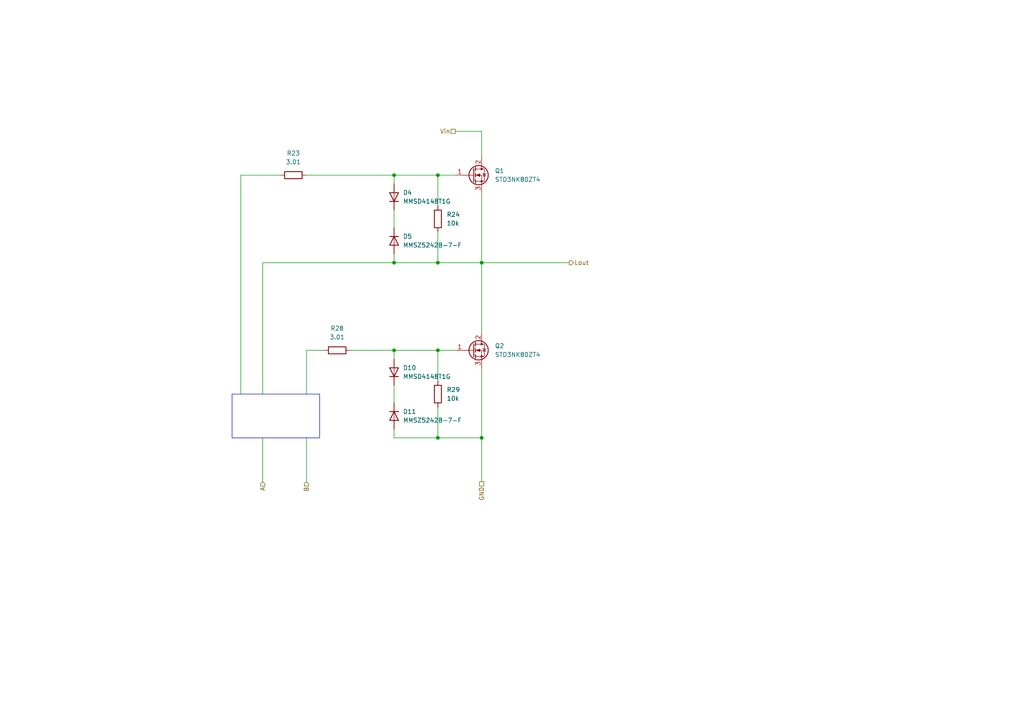
<source format=kicad_sch>
(kicad_sch (version 20231120) (generator "eeschema") (generator_version "8.0")
  (paper "A4")
  (lib_symbols
    (symbol "Device:D" (pin_numbers hide) (pin_names (offset 1.016) hide)
      (property "Reference" "D" (at 0 2.54 0))
      (property "Value" "D" (at 0 -2.54 0))
      (symbol "D_0_1"
        (polyline (pts (xy -1.27 1.27) (xy -1.27 -1.27)) (stroke (width 0.254)))
        (polyline (pts (xy 1.27 0) (xy -1.27 0)))
        (polyline (pts (xy 1.27 1.27) (xy 1.27 -1.27) (xy -1.27 0) (xy 1.27 1.27)) (stroke (width 0.254)))
      )
      (symbol "D_1_1"
        (pin passive line (at -3.81 0 0) (length 2.54) (name "K") (number "1"))
        (pin passive line (at 3.81 0 180) (length 2.54) (name "A") (number "2"))
      )
    )
    (symbol "Device:Q_NMOS_GDS" (pin_names (offset 0) hide)
      (property "Reference" "Q" (at 5.08 1.27 0))
      (property "Value" "Q_NMOS_GDS" (at 5.08 -1.27 0))
      (symbol "Q_NMOS_GDS_0_1"
        (polyline (pts (xy 0.254 0) (xy -2.54 0)))
        (polyline (pts (xy 0.254 1.905) (xy 0.254 -1.905)) (stroke (width 0.254)))
        (polyline (pts (xy 0.762 -1.27) (xy 0.762 -2.286)) (stroke (width 0.254)))
        (polyline (pts (xy 0.762 0.508) (xy 0.762 -0.508)) (stroke (width 0.254)))
        (polyline (pts (xy 0.762 2.286) (xy 0.762 1.27)) (stroke (width 0.254)))
        (polyline (pts (xy 2.54 2.54) (xy 2.54 1.778)))
        (polyline (pts (xy 2.54 -2.54) (xy 2.54 0) (xy 0.762 0)))
        (polyline (pts (xy 0.762 -1.778) (xy 3.302 -1.778) (xy 3.302 1.778) (xy 0.762 1.778)))
        (polyline (pts (xy 1.016 0) (xy 2.032 0.381) (xy 2.032 -0.381) (xy 1.016 0)) (fill (type outline)))
        (polyline (pts (xy 2.794 0.508) (xy 2.921 0.381) (xy 3.683 0.381) (xy 3.81 0.254)))
        (polyline (pts (xy 3.302 0.381) (xy 2.921 -0.254) (xy 3.683 -0.254) (xy 3.302 0.381)))
        (circle (center 1.651 0) (radius 2.794) (stroke (width 0.254)))
        (circle (center 2.54 -1.778) (radius 0.254) (fill (type outline)))
        (circle (center 2.54 1.778) (radius 0.254) (fill (type outline)))
      )
      (symbol "Q_NMOS_GDS_1_1"
        (pin input line (at -5.08 0 0) (length 2.54) (name "G") (number "1"))
        (pin passive line (at 2.54 5.08 270) (length 2.54) (name "D") (number "2"))
        (pin passive line (at 2.54 -5.08 90) (length 2.54) (name "S") (number "3"))
      )
    )
    (symbol "Device:R" (pin_numbers hide) (pin_names (offset 0))
      (property "Reference" "R" (at 2.032 0 90))
      (property "Value" "R" (at 0 0 90))
      (symbol "R_0_1"
        (rectangle (start -1.016 -2.54) (end 1.016 2.54) (stroke (width 0.254)))
      )
      (symbol "R_1_1"
        (pin passive line (at 0 3.81 270) (length 1.27) (name "~") (number "1"))
        (pin passive line (at 0 -3.81 90) (length 1.27) (name "~") (number "2"))
      )
    )
  )
  (junction (at 114.3 76.2))
  (junction (at 127 127))
  (junction (at 127 76.2))
  (junction (at 127 101.6))
  (junction (at 114.3 50.8))
  (junction (at 139.7 76.2))
  (junction (at 139.7 127))
  (junction (at 114.3 101.6))
  (junction (at 127 50.8))
  (wire (pts (xy 132.08 38.1) (xy 139.7 38.1)))
  (wire (pts (xy 69.85 50.8) (xy 69.85 114.3)))
  (wire (pts (xy 139.7 55.88) (xy 139.7 76.2)))
  (wire (pts (xy 76.2 76.2) (xy 114.3 76.2)))
  (wire (pts (xy 69.85 50.8) (xy 81.28 50.8)))
  (wire (pts (xy 114.3 127) (xy 127 127)))
  (wire (pts (xy 114.3 124.46) (xy 114.3 127)))
  (wire (pts (xy 127 50.8) (xy 132.08 50.8)))
  (wire (pts (xy 88.9 127) (xy 88.9 139.7)))
  (wire (pts (xy 114.3 73.66) (xy 114.3 76.2)))
  (wire (pts (xy 139.7 38.1) (xy 139.7 45.72)))
  (wire (pts (xy 93.98 101.6) (xy 88.9 101.6)))
  (wire (pts (xy 139.7 76.2) (xy 139.7 96.52)))
  (wire (pts (xy 88.9 101.6) (xy 88.9 114.3)))
  (wire (pts (xy 114.3 111.76) (xy 114.3 116.84)))
  (wire (pts (xy 114.3 50.8) (xy 127 50.8)))
  (wire (pts (xy 114.3 101.6) (xy 114.3 104.14)))
  (wire (pts (xy 114.3 101.6) (xy 127 101.6)))
  (wire (pts (xy 114.3 60.96) (xy 114.3 66.04)))
  (wire (pts (xy 127 76.2) (xy 139.7 76.2)))
  (wire (pts (xy 127 50.8) (xy 127 59.69)))
  (wire (pts (xy 127 101.6) (xy 132.08 101.6)))
  (wire (pts (xy 127 127) (xy 139.7 127)))
  (wire (pts (xy 139.7 106.68) (xy 139.7 127)))
  (wire (pts (xy 101.6 101.6) (xy 114.3 101.6)))
  (wire (pts (xy 114.3 50.8) (xy 114.3 53.34)))
  (wire (pts (xy 76.2 76.2) (xy 76.2 114.3)))
  (wire (pts (xy 139.7 76.2) (xy 165.1 76.2)))
  (wire (pts (xy 114.3 76.2) (xy 127 76.2)))
  (wire (pts (xy 139.7 127) (xy 139.7 139.7)))
  (wire (pts (xy 76.2 127) (xy 76.2 139.7)))
  (wire (pts (xy 127 67.31) (xy 127 76.2)))
  (wire (pts (xy 88.9 50.8) (xy 114.3 50.8)))
  (wire (pts (xy 127 118.11) (xy 127 127)))
  (wire (pts (xy 127 101.6) (xy 127 110.49)))
  (rectangle (start 67.31 114.3) (end 92.71 127))
  (hierarchical_label "B" (shape input) (at 88.9 139.7 270))
  (hierarchical_label "A" (shape input) (at 76.2 139.7 270))
  (hierarchical_label "GND" (shape passive) (at 139.7 139.7 270))
  (hierarchical_label "Lout" (shape output) (at 165.1 76.2 0))
  (hierarchical_label "Vin" (shape passive) (at 132.08 38.1 180))
  (symbol (lib_id "Device:D") (at 114.3 120.65 270) (unit 1)
    (property "Reference" "D11" (at 116.84 119.3799 90) (effects (justify left)))
    (property "Value" "MMSZ5242B-7-F" (at 116.84 121.9199 90) (effects (justify left)))
    (property "Footprint" "Diode_SMD:D_SOD-123" (effects (hide yes)))
    (property "Datasheet" "chrome-extension://efaidnbmnnnibpcajpcglclefindmkaj/https://www.diodes.com/assets/Datasheets/ds18010.pdf" (effects (hide yes)))
    (property "Description" "Zener Diode 12 V 500 mW ±5% Surface Mount SOD-123" (effects (hide yes)))
    (property "Sim.Device" "D" (effects (hide yes)))
    (property "Sim.Pins" "1=K 2=A" (effects (hide yes)))
    (instances (project "phaseshiftedFullBridge" (path "" (reference "D11") (unit 1)) (path "" (reference "D15") (unit 1))))
  )
  (symbol (lib_id "Device:Q_NMOS_GDS") (at 137.16 101.6 0) (unit 1)
    (property "Reference" "Q2" (at 143.51 100.3299 0) (effects (justify left)))
    (property "Value" "STD3NK80ZT4" (at 143.51 102.8699 0) (effects (justify left)))
    (property "Footprint" "STD3NK80ZT4:DPAK_STM" (effects (hide yes)))
    (property "Datasheet" "chrome-extension://efaidnbmnnnibpcajpcglclefindmkaj/https://www.st.com/content/ccc/resource/technical/document/datasheet/2f/d2/8c/46/49/6b/47/bf/CD00003377.pdf/files/CD00003377.pdf/jcr:content/translations/en.CD00003377.pdf" (effects (hide yes)))
    (property "Description" "N-Channel 800 V 2.5A (Tc) 70W (Tc) Surface Mount DPAK" (effects (hide yes)))
    (instances (project "phaseshiftedFullBridge" (path "" (reference "Q2") (unit 1)) (path "" (reference "Q4") (unit 1))))
  )
  (symbol (lib_id "Device:R") (at 85.09 50.8 90) (unit 1)
    (property "Reference" "R23" (at 85.09 44.45 90))
    (property "Value" "3.01" (at 85.09 46.99 90))
    (property "Footprint" "Resistor_SMD:R_0805_2012Metric_Pad1.20x1.40mm_HandSolder" (effects (hide yes)))
    (property "Description" "Resistor" (effects (hide yes)))
    (instances (project "phaseshiftedFullBridge" (path "" (reference "R23") (unit 1)) (path "" (reference "R30") (unit 1))))
  )
  (symbol (lib_id "Device:Q_NMOS_GDS") (at 137.16 50.8 0) (unit 1)
    (property "Reference" "Q1" (at 143.51 49.5299 0) (effects (justify left)))
    (property "Value" "STD3NK80ZT4" (at 143.51 52.0699 0) (effects (justify left)))
    (property "Footprint" "STD3NK80ZT4:DPAK_STM" (effects (hide yes)))
    (property "Datasheet" "chrome-extension://efaidnbmnnnibpcajpcglclefindmkaj/https://www.st.com/content/ccc/resource/technical/document/datasheet/2f/d2/8c/46/49/6b/47/bf/CD00003377.pdf/files/CD00003377.pdf/jcr:content/translations/en.CD00003377.pdf" (effects (hide yes)))
    (property "Description" "N-Channel 800 V 2.5A (Tc) 70W (Tc) Surface Mount DPAK" (effects (hide yes)))
    (instances (project "phaseshiftedFullBridge" (path "" (reference "Q1") (unit 1)) (path "" (reference "Q3") (unit 1))))
  )
  (symbol (lib_id "Device:R") (at 127 63.5 0) (unit 1)
    (property "Reference" "R24" (at 129.54 62.2299 0) (effects (justify left)))
    (property "Value" "10k" (at 129.54 64.7699 0) (effects (justify left)))
    (property "Footprint" "Resistor_SMD:R_0805_2012Metric_Pad1.20x1.40mm_HandSolder" (effects (hide yes)))
    (property "Description" "Resistor" (effects (hide yes)))
    (instances (project "phaseshiftedFullBridge" (path "" (reference "R24") (unit 1)) (path "" (reference "R32") (unit 1))))
  )
  (symbol (lib_id "Device:R") (at 127 114.3 0) (unit 1)
    (property "Reference" "R29" (at 129.54 113.0299 0) (effects (justify left)))
    (property "Value" "10k" (at 129.54 115.5699 0) (effects (justify left)))
    (property "Footprint" "Resistor_SMD:R_0805_2012Metric_Pad1.20x1.40mm_HandSolder" (effects (hide yes)))
    (property "Description" "Resistor" (effects (hide yes)))
    (instances (project "phaseshiftedFullBridge" (path "" (reference "R29") (unit 1)) (path "" (reference "R33") (unit 1))))
  )
  (symbol (lib_id "Device:D") (at 114.3 57.15 90) (unit 1)
    (property "Reference" "D4" (at 116.84 55.8799 90) (effects (justify right)))
    (property "Value" "MMSD4148T1G" (at 116.84 58.4199 90) (effects (justify right)))
    (property "Footprint" "Diode_SMD:D_SOD-123" (effects (hide yes)))
    (property "Datasheet" "chrome-extension://efaidnbmnnnibpcajpcglclefindmkaj/https://www.onsemi.com/pdf/datasheet/mmsd4148t1-d.pdf" (effects (hide yes)))
    (property "Description" "Diode 100 V 200mA Surface Mount SOD-123" (effects (hide yes)))
    (property "Sim.Device" "D" (effects (hide yes)))
    (property "Sim.Pins" "1=K 2=A" (effects (hide yes)))
    (instances (project "phaseshiftedFullBridge" (path "" (reference "D4") (unit 1)) (path "" (reference "D12") (unit 1))))
  )
  (symbol (lib_id "Device:R") (at 97.79 101.6 90) (unit 1)
    (property "Reference" "R28" (at 97.79 95.25 90))
    (property "Value" "3.01" (at 97.79 97.79 90))
    (property "Footprint" "Resistor_SMD:R_0805_2012Metric_Pad1.20x1.40mm_HandSolder" (effects (hide yes)))
    (property "Description" "Resistor" (effects (hide yes)))
    (instances (project "phaseshiftedFullBridge" (path "" (reference "R28") (unit 1)) (path "" (reference "R31") (unit 1))))
  )
  (symbol (lib_id "Device:D") (at 114.3 69.85 270) (unit 1)
    (property "Reference" "D5" (at 116.84 68.5799 90) (effects (justify left)))
    (property "Value" "MMSZ5242B-7-F" (at 116.84 71.1199 90) (effects (justify left)))
    (property "Footprint" "Diode_SMD:D_SOD-123" (effects (hide yes)))
    (property "Datasheet" "chrome-extension://efaidnbmnnnibpcajpcglclefindmkaj/https://www.diodes.com/assets/Datasheets/ds18010.pdf" (effects (hide yes)))
    (property "Description" "Zener Diode 12 V 500 mW ±5% Surface Mount SOD-123" (effects (hide yes)))
    (property "Sim.Device" "D" (effects (hide yes)))
    (property "Sim.Pins" "1=K 2=A" (effects (hide yes)))
    (instances (project "phaseshiftedFullBridge" (path "" (reference "D5") (unit 1)) (path "" (reference "D13") (unit 1))))
  )
  (symbol (lib_id "Device:D") (at 114.3 107.95 90) (unit 1)
    (property "Reference" "D10" (at 116.84 106.6799 90) (effects (justify right)))
    (property "Value" "MMSD4148T1G" (at 116.84 109.2199 90) (effects (justify right)))
    (property "Footprint" "Diode_SMD:D_SOD-123" (effects (hide yes)))
    (property "Datasheet" "chrome-extension://efaidnbmnnnibpcajpcglclefindmkaj/https://www.onsemi.com/pdf/datasheet/mmsd4148t1-d.pdf" (effects (hide yes)))
    (property "Description" "Diode 100 V 200mA Surface Mount SOD-123" (effects (hide yes)))
    (property "Sim.Device" "D" (effects (hide yes)))
    (property "Sim.Pins" "1=K 2=A" (effects (hide yes)))
    (instances (project "phaseshiftedFullBridge" (path "" (reference "D10") (unit 1)) (path "" (reference "D14") (unit 1))))
  )
)
</source>
